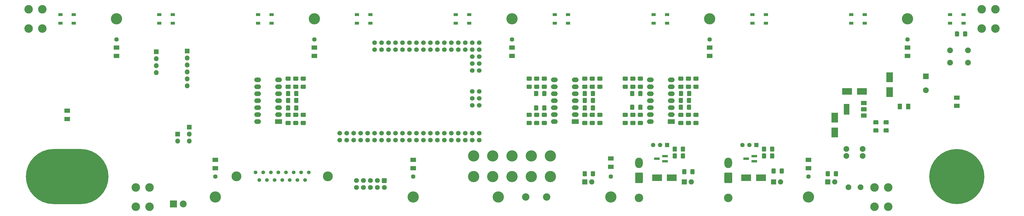
<source format=gbr>
%TF.GenerationSoftware,KiCad,Pcbnew,(5.1.6)-1*%
%TF.CreationDate,2021-09-29T15:37:12-07:00*%
%TF.ProjectId,NiCd Battery Shield - VP400KH,4e694364-2042-4617-9474-657279205368,1*%
%TF.SameCoordinates,Original*%
%TF.FileFunction,Soldermask,Top*%
%TF.FilePolarity,Negative*%
%FSLAX46Y46*%
G04 Gerber Fmt 4.6, Leading zero omitted, Abs format (unit mm)*
G04 Created by KiCad (PCBNEW (5.1.6)-1) date 2021-09-29 15:37:12*
%MOMM*%
%LPD*%
G01*
G04 APERTURE LIST*
%ADD10C,2.100000*%
%ADD11C,20.100000*%
%ADD12C,0.600000*%
%ADD13O,30.100000X20.100000*%
%ADD14C,1.350000*%
%ADD15C,3.600000*%
%ADD16R,2.100000X2.100000*%
%ADD17C,1.624000*%
%ADD18R,3.600000X2.400000*%
%ADD19C,4.100000*%
%ADD20C,2.700000*%
%ADD21C,1.900000*%
%ADD22R,1.900000X1.900000*%
%ADD23R,1.600000X1.100000*%
%ADD24R,2.100000X1.620000*%
%ADD25R,1.620000X2.100000*%
%ADD26C,3.100000*%
%ADD27O,2.800000X3.800000*%
%ADD28R,2.000000X0.900000*%
%ADD29O,2.500000X1.700000*%
%ADD30R,2.500000X1.700000*%
%ADD31C,1.700000*%
%ADD32R,1.600000X1.600000*%
%ADD33C,1.600000*%
%ADD34R,2.400000X3.600000*%
%ADD35O,1.800000X1.800000*%
%ADD36R,1.800000X1.800000*%
%ADD37C,1.800000*%
%ADD38R,2.500000X2.500000*%
%ADD39C,2.500000*%
%ADD40R,2.100000X3.900000*%
%ADD41R,2.100000X1.600000*%
G04 APERTURE END LIST*
D10*
%TO.C,SW1*%
X341800000Y-175000000D03*
X347700000Y-175000000D03*
X341800000Y-177500000D03*
X347700000Y-177500000D03*
X346950000Y-188900000D03*
X342550000Y-188900000D03*
%TD*%
D11*
%TO.C,J1*%
X382000000Y-185000000D03*
D12*
X382000000Y-178650000D03*
X379828172Y-179032952D03*
X377918299Y-180135618D03*
X376500739Y-181825000D03*
X375746471Y-183897334D03*
X375746471Y-186102666D03*
X376500739Y-188175000D03*
X377918299Y-189864382D03*
X379828172Y-190967048D03*
X382000000Y-191350000D03*
X384171828Y-190967048D03*
X386081701Y-189864382D03*
X387499261Y-188175000D03*
X388253529Y-186102666D03*
X388253529Y-183897334D03*
X387499261Y-181825000D03*
X386081701Y-180135618D03*
X384171828Y-179032952D03*
X382000000Y-177380000D03*
X379393807Y-177839542D03*
X377101958Y-179162741D03*
X375400886Y-181190000D03*
X374495765Y-183676801D03*
X374495765Y-186323199D03*
X375400886Y-188810000D03*
X377101958Y-190837259D03*
X379393807Y-192160458D03*
X382000000Y-192620000D03*
X384606193Y-192160458D03*
X386898042Y-190837259D03*
X388599114Y-188810000D03*
X389504235Y-186323199D03*
X389504235Y-183676801D03*
X388599114Y-181190000D03*
X386898042Y-179162741D03*
X384606193Y-177839542D03*
X382000000Y-176110000D03*
X378959441Y-176646133D03*
X376285618Y-178189865D03*
X374301034Y-180555000D03*
X373245059Y-183456268D03*
X373245059Y-186543732D03*
X374301034Y-189445000D03*
X376285618Y-191810135D03*
X378959441Y-193353867D03*
X382000000Y-193890000D03*
X385040559Y-193353867D03*
X387714382Y-191810135D03*
X389698966Y-189445000D03*
X390754941Y-186543732D03*
X390754941Y-183456268D03*
X389698966Y-180555000D03*
X387714382Y-178189865D03*
X385040559Y-176646133D03*
%TD*%
%TO.C,J12*%
X58000000Y-193650000D03*
X58000000Y-191110000D03*
X60500000Y-192380000D03*
X60500000Y-191110000D03*
X60500000Y-193650000D03*
X58000000Y-192380000D03*
X55500000Y-193650000D03*
X55500000Y-191110000D03*
X55500000Y-192380000D03*
X58000000Y-178400000D03*
X58000000Y-177130000D03*
X58000000Y-175860000D03*
X60500000Y-178400000D03*
X60500000Y-175860000D03*
X60500000Y-177130000D03*
X55500000Y-178400000D03*
X55500000Y-177130000D03*
X55500000Y-175860000D03*
X68714382Y-191560135D03*
X63000000Y-191100000D03*
X63000000Y-178400000D03*
X65606193Y-177589542D03*
X63000000Y-192370000D03*
X69599114Y-188560000D03*
X66040559Y-176396133D03*
X68714382Y-177939865D03*
X70698966Y-180305000D03*
X63000000Y-177130000D03*
X63000000Y-193640000D03*
X70504235Y-183426801D03*
X68499261Y-187925000D03*
X65171828Y-178782952D03*
X71754941Y-183206268D03*
X70698966Y-189195000D03*
X66040559Y-193103867D03*
X63000000Y-175860000D03*
X67898042Y-178912741D03*
X69599114Y-180940000D03*
X70504235Y-186073199D03*
X67081701Y-189614382D03*
X68499261Y-181575000D03*
X67081701Y-179885618D03*
X65606193Y-191910458D03*
X65171828Y-190717048D03*
X67898042Y-190587259D03*
X69253529Y-183647334D03*
X71754941Y-186293732D03*
X69253529Y-185852666D03*
X47285618Y-191560135D03*
X44245059Y-186293732D03*
X46400886Y-188560000D03*
X53000000Y-191100000D03*
X46746471Y-183647334D03*
X53000000Y-178400000D03*
X46400886Y-180940000D03*
X48918299Y-189614382D03*
X53000000Y-192370000D03*
X53000000Y-177130000D03*
X53000000Y-193640000D03*
X50828172Y-178782952D03*
X50393807Y-177589542D03*
X50828172Y-190717048D03*
X49959441Y-193103867D03*
X45301034Y-189195000D03*
X45301034Y-180305000D03*
X45495765Y-183426801D03*
X47500739Y-181575000D03*
X47285618Y-177939865D03*
X47500739Y-187925000D03*
X49959441Y-176396133D03*
X53000000Y-175860000D03*
X48101958Y-178912741D03*
X50393807Y-191910458D03*
X48101958Y-190587259D03*
X46746471Y-185852666D03*
X48918299Y-179885618D03*
X44245059Y-183206268D03*
X45495765Y-186073199D03*
D13*
X58000000Y-185000000D03*
%TD*%
D14*
%TO.C,J6*%
X144635000Y-186340000D03*
X141865000Y-186340000D03*
X139095000Y-186340000D03*
X136325000Y-186340000D03*
X133555000Y-186340000D03*
X130785000Y-186340000D03*
X128015000Y-186340000D03*
X146020000Y-183500000D03*
X143250000Y-183500000D03*
X140480000Y-183500000D03*
X137710000Y-183500000D03*
X134940000Y-183500000D03*
X132170000Y-183500000D03*
X129400000Y-183500000D03*
X126630000Y-183500000D03*
D15*
X152975000Y-184920000D03*
X119675000Y-184920000D03*
%TD*%
D10*
%TO.C,C4*%
X370750000Y-153500000D03*
D16*
X370750000Y-148500000D03*
%TD*%
D17*
%TO.C,J7*%
X220000000Y-135000000D03*
%TD*%
D18*
%TO.C,D1*%
X342050000Y-154000000D03*
X347450000Y-154000000D03*
%TD*%
D19*
%TO.C,TP19*%
X76000000Y-127500000D03*
%TD*%
%TO.C,TP17*%
X112000000Y-192500000D03*
%TD*%
%TO.C,TP14*%
X148000000Y-127500000D03*
%TD*%
%TO.C,TP12*%
X184000000Y-192500000D03*
%TD*%
%TO.C,TP10*%
X220000000Y-127500000D03*
%TD*%
%TO.C,TP8*%
X256000000Y-192500000D03*
%TD*%
%TO.C,TP6*%
X292000000Y-127500000D03*
%TD*%
%TO.C,TP4*%
X328000000Y-192500000D03*
%TD*%
%TO.C,TP2*%
X364000000Y-127500000D03*
%TD*%
D20*
%TO.C,TP15*%
X232620000Y-192500000D03*
X225000000Y-192500000D03*
%TD*%
D17*
%TO.C,J11*%
X76000000Y-135000000D03*
%TD*%
%TO.C,J10*%
X112000000Y-185000000D03*
%TD*%
%TO.C,J9*%
X148000000Y-135000000D03*
%TD*%
%TO.C,J8*%
X184000000Y-185000000D03*
%TD*%
%TO.C,J5*%
X256000000Y-185000000D03*
%TD*%
%TO.C,J4*%
X292000000Y-135000000D03*
%TD*%
%TO.C,J3*%
X328000000Y-185000000D03*
%TD*%
%TO.C,J2*%
X364000000Y-135000000D03*
%TD*%
D21*
%TO.C,D5*%
X337540000Y-187000000D03*
D22*
X335000000Y-187000000D03*
%TD*%
D21*
%TO.C,D3*%
X249040000Y-187000000D03*
D22*
X246500000Y-187000000D03*
%TD*%
%TO.C,R47*%
G36*
G01*
X317462500Y-183657456D02*
X317462500Y-182342544D01*
G75*
G02*
X317730044Y-182075000I267544J0D01*
G01*
X318719956Y-182075000D01*
G75*
G02*
X318987500Y-182342544I0J-267544D01*
G01*
X318987500Y-183657456D01*
G75*
G02*
X318719956Y-183925000I-267544J0D01*
G01*
X317730044Y-183925000D01*
G75*
G02*
X317462500Y-183657456I0J267544D01*
G01*
G37*
G36*
G01*
X314487500Y-183657456D02*
X314487500Y-182342544D01*
G75*
G02*
X314755044Y-182075000I267544J0D01*
G01*
X315744956Y-182075000D01*
G75*
G02*
X316012500Y-182342544I0J-267544D01*
G01*
X316012500Y-183657456D01*
G75*
G02*
X315744956Y-183925000I-267544J0D01*
G01*
X314755044Y-183925000D01*
G75*
G02*
X314487500Y-183657456I0J267544D01*
G01*
G37*
%TD*%
D21*
%TO.C,D4*%
X317790000Y-187000000D03*
D22*
X315250000Y-187000000D03*
%TD*%
%TO.C,C1*%
G36*
G01*
X283712500Y-157907456D02*
X283712500Y-156592544D01*
G75*
G02*
X283980044Y-156325000I267544J0D01*
G01*
X284969956Y-156325000D01*
G75*
G02*
X285237500Y-156592544I0J-267544D01*
G01*
X285237500Y-157907456D01*
G75*
G02*
X284969956Y-158175000I-267544J0D01*
G01*
X283980044Y-158175000D01*
G75*
G02*
X283712500Y-157907456I0J267544D01*
G01*
G37*
G36*
G01*
X280737500Y-157907456D02*
X280737500Y-156592544D01*
G75*
G02*
X281005044Y-156325000I267544J0D01*
G01*
X281994956Y-156325000D01*
G75*
G02*
X282262500Y-156592544I0J-267544D01*
G01*
X282262500Y-157907456D01*
G75*
G02*
X281994956Y-158175000I-267544J0D01*
G01*
X281005044Y-158175000D01*
G75*
G02*
X280737500Y-157907456I0J267544D01*
G01*
G37*
%TD*%
%TO.C,C2*%
G36*
G01*
X248712500Y-157907456D02*
X248712500Y-156592544D01*
G75*
G02*
X248980044Y-156325000I267544J0D01*
G01*
X249969956Y-156325000D01*
G75*
G02*
X250237500Y-156592544I0J-267544D01*
G01*
X250237500Y-157907456D01*
G75*
G02*
X249969956Y-158175000I-267544J0D01*
G01*
X248980044Y-158175000D01*
G75*
G02*
X248712500Y-157907456I0J267544D01*
G01*
G37*
G36*
G01*
X245737500Y-157907456D02*
X245737500Y-156592544D01*
G75*
G02*
X246005044Y-156325000I267544J0D01*
G01*
X246994956Y-156325000D01*
G75*
G02*
X247262500Y-156592544I0J-267544D01*
G01*
X247262500Y-157907456D01*
G75*
G02*
X246994956Y-158175000I-267544J0D01*
G01*
X246005044Y-158175000D01*
G75*
G02*
X245737500Y-157907456I0J267544D01*
G01*
G37*
%TD*%
%TO.C,C3*%
G36*
G01*
X140712500Y-157907456D02*
X140712500Y-156592544D01*
G75*
G02*
X140980044Y-156325000I267544J0D01*
G01*
X141969956Y-156325000D01*
G75*
G02*
X142237500Y-156592544I0J-267544D01*
G01*
X142237500Y-157907456D01*
G75*
G02*
X141969956Y-158175000I-267544J0D01*
G01*
X140980044Y-158175000D01*
G75*
G02*
X140712500Y-157907456I0J267544D01*
G01*
G37*
G36*
G01*
X137737500Y-157907456D02*
X137737500Y-156592544D01*
G75*
G02*
X138005044Y-156325000I267544J0D01*
G01*
X138994956Y-156325000D01*
G75*
G02*
X139262500Y-156592544I0J-267544D01*
G01*
X139262500Y-157907456D01*
G75*
G02*
X138994956Y-158175000I-267544J0D01*
G01*
X138005044Y-158175000D01*
G75*
G02*
X137737500Y-157907456I0J267544D01*
G01*
G37*
%TD*%
D18*
%TO.C,D6*%
X310650000Y-185500000D03*
X305250000Y-185500000D03*
%TD*%
D23*
%TO.C,D7*%
X379550000Y-125900000D03*
X379550000Y-129100000D03*
X384450000Y-125900000D03*
X384450000Y-129100000D03*
%TD*%
%TO.C,D8*%
X343550000Y-125900000D03*
X343550000Y-129100000D03*
X348450000Y-125900000D03*
X348450000Y-129100000D03*
%TD*%
%TO.C,D9*%
X307550000Y-125900000D03*
X307550000Y-129100000D03*
X312450000Y-125900000D03*
X312450000Y-129100000D03*
%TD*%
%TO.C,D10*%
X271550000Y-125900000D03*
X271550000Y-129100000D03*
X276450000Y-125900000D03*
X276450000Y-129100000D03*
%TD*%
%TO.C,D11*%
X235550000Y-125900000D03*
X235550000Y-129100000D03*
X240450000Y-125900000D03*
X240450000Y-129100000D03*
%TD*%
%TO.C,D12*%
X199550000Y-125900000D03*
X199550000Y-129100000D03*
X204450000Y-125900000D03*
X204450000Y-129100000D03*
%TD*%
%TO.C,D13*%
X163550000Y-125900000D03*
X163550000Y-129100000D03*
X168450000Y-125900000D03*
X168450000Y-129100000D03*
%TD*%
%TO.C,D14*%
X127550000Y-125900000D03*
X127550000Y-129100000D03*
X132450000Y-125900000D03*
X132450000Y-129100000D03*
%TD*%
%TO.C,D15*%
X91550000Y-125900000D03*
X91550000Y-129100000D03*
X96450000Y-125900000D03*
X96450000Y-129100000D03*
%TD*%
%TO.C,D16*%
X55550000Y-125900000D03*
X55550000Y-129100000D03*
X60450000Y-125900000D03*
X60450000Y-129100000D03*
%TD*%
D24*
%TO.C,F1*%
X382000000Y-156210000D03*
X382000000Y-159250000D03*
%TD*%
%TO.C,F2*%
X364000000Y-141040000D03*
X364000000Y-138000000D03*
%TD*%
%TO.C,F3*%
X328000000Y-178960000D03*
X328000000Y-182000000D03*
%TD*%
%TO.C,F4*%
X292000000Y-141040000D03*
X292000000Y-138000000D03*
%TD*%
%TO.C,F5*%
X256000000Y-178460000D03*
X256000000Y-181500000D03*
%TD*%
D25*
%TO.C,F12*%
X364270000Y-159500000D03*
X361230000Y-159500000D03*
%TD*%
D26*
%TO.C,J13*%
X298750000Y-192800000D03*
D27*
X298750000Y-180000000D03*
G36*
G01*
X300150000Y-183859260D02*
X300150000Y-187140740D01*
G75*
G02*
X299890740Y-187400000I-259260J0D01*
G01*
X297609260Y-187400000D01*
G75*
G02*
X297350000Y-187140740I0J259260D01*
G01*
X297350000Y-183859260D01*
G75*
G02*
X297609260Y-183600000I259260J0D01*
G01*
X299890740Y-183600000D01*
G75*
G02*
X300150000Y-183859260I0J-259260D01*
G01*
G37*
%TD*%
D28*
%TO.C,Q1*%
X305250000Y-178500000D03*
X308250000Y-177550000D03*
X308250000Y-179450000D03*
%TD*%
%TO.C,R1*%
G36*
G01*
X283712500Y-160407456D02*
X283712500Y-159092544D01*
G75*
G02*
X283980044Y-158825000I267544J0D01*
G01*
X284969956Y-158825000D01*
G75*
G02*
X285237500Y-159092544I0J-267544D01*
G01*
X285237500Y-160407456D01*
G75*
G02*
X284969956Y-160675000I-267544J0D01*
G01*
X283980044Y-160675000D01*
G75*
G02*
X283712500Y-160407456I0J267544D01*
G01*
G37*
G36*
G01*
X280737500Y-160407456D02*
X280737500Y-159092544D01*
G75*
G02*
X281005044Y-158825000I267544J0D01*
G01*
X281994956Y-158825000D01*
G75*
G02*
X282262500Y-159092544I0J-267544D01*
G01*
X282262500Y-160407456D01*
G75*
G02*
X281994956Y-160675000I-267544J0D01*
G01*
X281005044Y-160675000D01*
G75*
G02*
X280737500Y-160407456I0J267544D01*
G01*
G37*
%TD*%
%TO.C,R2*%
G36*
G01*
X287657456Y-163262500D02*
X286342544Y-163262500D01*
G75*
G02*
X286075000Y-162994956I0J267544D01*
G01*
X286075000Y-162005044D01*
G75*
G02*
X286342544Y-161737500I267544J0D01*
G01*
X287657456Y-161737500D01*
G75*
G02*
X287925000Y-162005044I0J-267544D01*
G01*
X287925000Y-162994956D01*
G75*
G02*
X287657456Y-163262500I-267544J0D01*
G01*
G37*
G36*
G01*
X287657456Y-166237500D02*
X286342544Y-166237500D01*
G75*
G02*
X286075000Y-165969956I0J267544D01*
G01*
X286075000Y-164980044D01*
G75*
G02*
X286342544Y-164712500I267544J0D01*
G01*
X287657456Y-164712500D01*
G75*
G02*
X287925000Y-164980044I0J-267544D01*
G01*
X287925000Y-165969956D01*
G75*
G02*
X287657456Y-166237500I-267544J0D01*
G01*
G37*
%TD*%
%TO.C,R3*%
G36*
G01*
X284907456Y-163262500D02*
X283592544Y-163262500D01*
G75*
G02*
X283325000Y-162994956I0J267544D01*
G01*
X283325000Y-162005044D01*
G75*
G02*
X283592544Y-161737500I267544J0D01*
G01*
X284907456Y-161737500D01*
G75*
G02*
X285175000Y-162005044I0J-267544D01*
G01*
X285175000Y-162994956D01*
G75*
G02*
X284907456Y-163262500I-267544J0D01*
G01*
G37*
G36*
G01*
X284907456Y-166237500D02*
X283592544Y-166237500D01*
G75*
G02*
X283325000Y-165969956I0J267544D01*
G01*
X283325000Y-164980044D01*
G75*
G02*
X283592544Y-164712500I267544J0D01*
G01*
X284907456Y-164712500D01*
G75*
G02*
X285175000Y-164980044I0J-267544D01*
G01*
X285175000Y-165969956D01*
G75*
G02*
X284907456Y-166237500I-267544J0D01*
G01*
G37*
%TD*%
%TO.C,R4*%
G36*
G01*
X280842544Y-164737500D02*
X282157456Y-164737500D01*
G75*
G02*
X282425000Y-165005044I0J-267544D01*
G01*
X282425000Y-165994956D01*
G75*
G02*
X282157456Y-166262500I-267544J0D01*
G01*
X280842544Y-166262500D01*
G75*
G02*
X280575000Y-165994956I0J267544D01*
G01*
X280575000Y-165005044D01*
G75*
G02*
X280842544Y-164737500I267544J0D01*
G01*
G37*
G36*
G01*
X280842544Y-161762500D02*
X282157456Y-161762500D01*
G75*
G02*
X282425000Y-162030044I0J-267544D01*
G01*
X282425000Y-163019956D01*
G75*
G02*
X282157456Y-163287500I-267544J0D01*
G01*
X280842544Y-163287500D01*
G75*
G02*
X280575000Y-163019956I0J267544D01*
G01*
X280575000Y-162030044D01*
G75*
G02*
X280842544Y-161762500I267544J0D01*
G01*
G37*
%TD*%
%TO.C,R5*%
G36*
G01*
X283737500Y-155407456D02*
X283737500Y-154092544D01*
G75*
G02*
X284005044Y-153825000I267544J0D01*
G01*
X284994956Y-153825000D01*
G75*
G02*
X285262500Y-154092544I0J-267544D01*
G01*
X285262500Y-155407456D01*
G75*
G02*
X284994956Y-155675000I-267544J0D01*
G01*
X284005044Y-155675000D01*
G75*
G02*
X283737500Y-155407456I0J267544D01*
G01*
G37*
G36*
G01*
X280762500Y-155407456D02*
X280762500Y-154092544D01*
G75*
G02*
X281030044Y-153825000I267544J0D01*
G01*
X282019956Y-153825000D01*
G75*
G02*
X282287500Y-154092544I0J-267544D01*
G01*
X282287500Y-155407456D01*
G75*
G02*
X282019956Y-155675000I-267544J0D01*
G01*
X281030044Y-155675000D01*
G75*
G02*
X280762500Y-155407456I0J267544D01*
G01*
G37*
%TD*%
%TO.C,R6*%
G36*
G01*
X286342544Y-151487500D02*
X287657456Y-151487500D01*
G75*
G02*
X287925000Y-151755044I0J-267544D01*
G01*
X287925000Y-152744956D01*
G75*
G02*
X287657456Y-153012500I-267544J0D01*
G01*
X286342544Y-153012500D01*
G75*
G02*
X286075000Y-152744956I0J267544D01*
G01*
X286075000Y-151755044D01*
G75*
G02*
X286342544Y-151487500I267544J0D01*
G01*
G37*
G36*
G01*
X286342544Y-148512500D02*
X287657456Y-148512500D01*
G75*
G02*
X287925000Y-148780044I0J-267544D01*
G01*
X287925000Y-149769956D01*
G75*
G02*
X287657456Y-150037500I-267544J0D01*
G01*
X286342544Y-150037500D01*
G75*
G02*
X286075000Y-149769956I0J267544D01*
G01*
X286075000Y-148780044D01*
G75*
G02*
X286342544Y-148512500I267544J0D01*
G01*
G37*
%TD*%
%TO.C,R7*%
G36*
G01*
X283592544Y-151487500D02*
X284907456Y-151487500D01*
G75*
G02*
X285175000Y-151755044I0J-267544D01*
G01*
X285175000Y-152744956D01*
G75*
G02*
X284907456Y-153012500I-267544J0D01*
G01*
X283592544Y-153012500D01*
G75*
G02*
X283325000Y-152744956I0J267544D01*
G01*
X283325000Y-151755044D01*
G75*
G02*
X283592544Y-151487500I267544J0D01*
G01*
G37*
G36*
G01*
X283592544Y-148512500D02*
X284907456Y-148512500D01*
G75*
G02*
X285175000Y-148780044I0J-267544D01*
G01*
X285175000Y-149769956D01*
G75*
G02*
X284907456Y-150037500I-267544J0D01*
G01*
X283592544Y-150037500D01*
G75*
G02*
X283325000Y-149769956I0J267544D01*
G01*
X283325000Y-148780044D01*
G75*
G02*
X283592544Y-148512500I267544J0D01*
G01*
G37*
%TD*%
%TO.C,R8*%
G36*
G01*
X282157456Y-150037500D02*
X280842544Y-150037500D01*
G75*
G02*
X280575000Y-149769956I0J267544D01*
G01*
X280575000Y-148780044D01*
G75*
G02*
X280842544Y-148512500I267544J0D01*
G01*
X282157456Y-148512500D01*
G75*
G02*
X282425000Y-148780044I0J-267544D01*
G01*
X282425000Y-149769956D01*
G75*
G02*
X282157456Y-150037500I-267544J0D01*
G01*
G37*
G36*
G01*
X282157456Y-153012500D02*
X280842544Y-153012500D01*
G75*
G02*
X280575000Y-152744956I0J267544D01*
G01*
X280575000Y-151755044D01*
G75*
G02*
X280842544Y-151487500I267544J0D01*
G01*
X282157456Y-151487500D01*
G75*
G02*
X282425000Y-151755044I0J-267544D01*
G01*
X282425000Y-152744956D01*
G75*
G02*
X282157456Y-153012500I-267544J0D01*
G01*
G37*
%TD*%
%TO.C,R9*%
G36*
G01*
X264537500Y-154092544D02*
X264537500Y-155407456D01*
G75*
G02*
X264269956Y-155675000I-267544J0D01*
G01*
X263280044Y-155675000D01*
G75*
G02*
X263012500Y-155407456I0J267544D01*
G01*
X263012500Y-154092544D01*
G75*
G02*
X263280044Y-153825000I267544J0D01*
G01*
X264269956Y-153825000D01*
G75*
G02*
X264537500Y-154092544I0J-267544D01*
G01*
G37*
G36*
G01*
X267512500Y-154092544D02*
X267512500Y-155407456D01*
G75*
G02*
X267244956Y-155675000I-267544J0D01*
G01*
X266255044Y-155675000D01*
G75*
G02*
X265987500Y-155407456I0J267544D01*
G01*
X265987500Y-154092544D01*
G75*
G02*
X266255044Y-153825000I267544J0D01*
G01*
X267244956Y-153825000D01*
G75*
G02*
X267512500Y-154092544I0J-267544D01*
G01*
G37*
%TD*%
%TO.C,R10*%
G36*
G01*
X260592544Y-151487500D02*
X261907456Y-151487500D01*
G75*
G02*
X262175000Y-151755044I0J-267544D01*
G01*
X262175000Y-152744956D01*
G75*
G02*
X261907456Y-153012500I-267544J0D01*
G01*
X260592544Y-153012500D01*
G75*
G02*
X260325000Y-152744956I0J267544D01*
G01*
X260325000Y-151755044D01*
G75*
G02*
X260592544Y-151487500I267544J0D01*
G01*
G37*
G36*
G01*
X260592544Y-148512500D02*
X261907456Y-148512500D01*
G75*
G02*
X262175000Y-148780044I0J-267544D01*
G01*
X262175000Y-149769956D01*
G75*
G02*
X261907456Y-150037500I-267544J0D01*
G01*
X260592544Y-150037500D01*
G75*
G02*
X260325000Y-149769956I0J267544D01*
G01*
X260325000Y-148780044D01*
G75*
G02*
X260592544Y-148512500I267544J0D01*
G01*
G37*
%TD*%
%TO.C,R11*%
G36*
G01*
X263342544Y-151487500D02*
X264657456Y-151487500D01*
G75*
G02*
X264925000Y-151755044I0J-267544D01*
G01*
X264925000Y-152744956D01*
G75*
G02*
X264657456Y-153012500I-267544J0D01*
G01*
X263342544Y-153012500D01*
G75*
G02*
X263075000Y-152744956I0J267544D01*
G01*
X263075000Y-151755044D01*
G75*
G02*
X263342544Y-151487500I267544J0D01*
G01*
G37*
G36*
G01*
X263342544Y-148512500D02*
X264657456Y-148512500D01*
G75*
G02*
X264925000Y-148780044I0J-267544D01*
G01*
X264925000Y-149769956D01*
G75*
G02*
X264657456Y-150037500I-267544J0D01*
G01*
X263342544Y-150037500D01*
G75*
G02*
X263075000Y-149769956I0J267544D01*
G01*
X263075000Y-148780044D01*
G75*
G02*
X263342544Y-148512500I267544J0D01*
G01*
G37*
%TD*%
%TO.C,R12*%
G36*
G01*
X267407456Y-150037500D02*
X266092544Y-150037500D01*
G75*
G02*
X265825000Y-149769956I0J267544D01*
G01*
X265825000Y-148780044D01*
G75*
G02*
X266092544Y-148512500I267544J0D01*
G01*
X267407456Y-148512500D01*
G75*
G02*
X267675000Y-148780044I0J-267544D01*
G01*
X267675000Y-149769956D01*
G75*
G02*
X267407456Y-150037500I-267544J0D01*
G01*
G37*
G36*
G01*
X267407456Y-153012500D02*
X266092544Y-153012500D01*
G75*
G02*
X265825000Y-152744956I0J267544D01*
G01*
X265825000Y-151755044D01*
G75*
G02*
X266092544Y-151487500I267544J0D01*
G01*
X267407456Y-151487500D01*
G75*
G02*
X267675000Y-151755044I0J-267544D01*
G01*
X267675000Y-152744956D01*
G75*
G02*
X267407456Y-153012500I-267544J0D01*
G01*
G37*
%TD*%
%TO.C,R13*%
G36*
G01*
X264537500Y-159092544D02*
X264537500Y-160407456D01*
G75*
G02*
X264269956Y-160675000I-267544J0D01*
G01*
X263280044Y-160675000D01*
G75*
G02*
X263012500Y-160407456I0J267544D01*
G01*
X263012500Y-159092544D01*
G75*
G02*
X263280044Y-158825000I267544J0D01*
G01*
X264269956Y-158825000D01*
G75*
G02*
X264537500Y-159092544I0J-267544D01*
G01*
G37*
G36*
G01*
X267512500Y-159092544D02*
X267512500Y-160407456D01*
G75*
G02*
X267244956Y-160675000I-267544J0D01*
G01*
X266255044Y-160675000D01*
G75*
G02*
X265987500Y-160407456I0J267544D01*
G01*
X265987500Y-159092544D01*
G75*
G02*
X266255044Y-158825000I267544J0D01*
G01*
X267244956Y-158825000D01*
G75*
G02*
X267512500Y-159092544I0J-267544D01*
G01*
G37*
%TD*%
%TO.C,R14*%
G36*
G01*
X261907456Y-163262500D02*
X260592544Y-163262500D01*
G75*
G02*
X260325000Y-162994956I0J267544D01*
G01*
X260325000Y-162005044D01*
G75*
G02*
X260592544Y-161737500I267544J0D01*
G01*
X261907456Y-161737500D01*
G75*
G02*
X262175000Y-162005044I0J-267544D01*
G01*
X262175000Y-162994956D01*
G75*
G02*
X261907456Y-163262500I-267544J0D01*
G01*
G37*
G36*
G01*
X261907456Y-166237500D02*
X260592544Y-166237500D01*
G75*
G02*
X260325000Y-165969956I0J267544D01*
G01*
X260325000Y-164980044D01*
G75*
G02*
X260592544Y-164712500I267544J0D01*
G01*
X261907456Y-164712500D01*
G75*
G02*
X262175000Y-164980044I0J-267544D01*
G01*
X262175000Y-165969956D01*
G75*
G02*
X261907456Y-166237500I-267544J0D01*
G01*
G37*
%TD*%
%TO.C,R15*%
G36*
G01*
X264657456Y-163262500D02*
X263342544Y-163262500D01*
G75*
G02*
X263075000Y-162994956I0J267544D01*
G01*
X263075000Y-162005044D01*
G75*
G02*
X263342544Y-161737500I267544J0D01*
G01*
X264657456Y-161737500D01*
G75*
G02*
X264925000Y-162005044I0J-267544D01*
G01*
X264925000Y-162994956D01*
G75*
G02*
X264657456Y-163262500I-267544J0D01*
G01*
G37*
G36*
G01*
X264657456Y-166237500D02*
X263342544Y-166237500D01*
G75*
G02*
X263075000Y-165969956I0J267544D01*
G01*
X263075000Y-164980044D01*
G75*
G02*
X263342544Y-164712500I267544J0D01*
G01*
X264657456Y-164712500D01*
G75*
G02*
X264925000Y-164980044I0J-267544D01*
G01*
X264925000Y-165969956D01*
G75*
G02*
X264657456Y-166237500I-267544J0D01*
G01*
G37*
%TD*%
%TO.C,R16*%
G36*
G01*
X266092544Y-164712500D02*
X267407456Y-164712500D01*
G75*
G02*
X267675000Y-164980044I0J-267544D01*
G01*
X267675000Y-165969956D01*
G75*
G02*
X267407456Y-166237500I-267544J0D01*
G01*
X266092544Y-166237500D01*
G75*
G02*
X265825000Y-165969956I0J267544D01*
G01*
X265825000Y-164980044D01*
G75*
G02*
X266092544Y-164712500I267544J0D01*
G01*
G37*
G36*
G01*
X266092544Y-161737500D02*
X267407456Y-161737500D01*
G75*
G02*
X267675000Y-162005044I0J-267544D01*
G01*
X267675000Y-162994956D01*
G75*
G02*
X267407456Y-163262500I-267544J0D01*
G01*
X266092544Y-163262500D01*
G75*
G02*
X265825000Y-162994956I0J267544D01*
G01*
X265825000Y-162005044D01*
G75*
G02*
X266092544Y-161737500I267544J0D01*
G01*
G37*
%TD*%
%TO.C,R17*%
G36*
G01*
X248712500Y-160657456D02*
X248712500Y-159342544D01*
G75*
G02*
X248980044Y-159075000I267544J0D01*
G01*
X249969956Y-159075000D01*
G75*
G02*
X250237500Y-159342544I0J-267544D01*
G01*
X250237500Y-160657456D01*
G75*
G02*
X249969956Y-160925000I-267544J0D01*
G01*
X248980044Y-160925000D01*
G75*
G02*
X248712500Y-160657456I0J267544D01*
G01*
G37*
G36*
G01*
X245737500Y-160657456D02*
X245737500Y-159342544D01*
G75*
G02*
X246005044Y-159075000I267544J0D01*
G01*
X246994956Y-159075000D01*
G75*
G02*
X247262500Y-159342544I0J-267544D01*
G01*
X247262500Y-160657456D01*
G75*
G02*
X246994956Y-160925000I-267544J0D01*
G01*
X246005044Y-160925000D01*
G75*
G02*
X245737500Y-160657456I0J267544D01*
G01*
G37*
%TD*%
%TO.C,R18*%
G36*
G01*
X252657456Y-163262500D02*
X251342544Y-163262500D01*
G75*
G02*
X251075000Y-162994956I0J267544D01*
G01*
X251075000Y-162005044D01*
G75*
G02*
X251342544Y-161737500I267544J0D01*
G01*
X252657456Y-161737500D01*
G75*
G02*
X252925000Y-162005044I0J-267544D01*
G01*
X252925000Y-162994956D01*
G75*
G02*
X252657456Y-163262500I-267544J0D01*
G01*
G37*
G36*
G01*
X252657456Y-166237500D02*
X251342544Y-166237500D01*
G75*
G02*
X251075000Y-165969956I0J267544D01*
G01*
X251075000Y-164980044D01*
G75*
G02*
X251342544Y-164712500I267544J0D01*
G01*
X252657456Y-164712500D01*
G75*
G02*
X252925000Y-164980044I0J-267544D01*
G01*
X252925000Y-165969956D01*
G75*
G02*
X252657456Y-166237500I-267544J0D01*
G01*
G37*
%TD*%
%TO.C,R19*%
G36*
G01*
X249907456Y-163262500D02*
X248592544Y-163262500D01*
G75*
G02*
X248325000Y-162994956I0J267544D01*
G01*
X248325000Y-162005044D01*
G75*
G02*
X248592544Y-161737500I267544J0D01*
G01*
X249907456Y-161737500D01*
G75*
G02*
X250175000Y-162005044I0J-267544D01*
G01*
X250175000Y-162994956D01*
G75*
G02*
X249907456Y-163262500I-267544J0D01*
G01*
G37*
G36*
G01*
X249907456Y-166237500D02*
X248592544Y-166237500D01*
G75*
G02*
X248325000Y-165969956I0J267544D01*
G01*
X248325000Y-164980044D01*
G75*
G02*
X248592544Y-164712500I267544J0D01*
G01*
X249907456Y-164712500D01*
G75*
G02*
X250175000Y-164980044I0J-267544D01*
G01*
X250175000Y-165969956D01*
G75*
G02*
X249907456Y-166237500I-267544J0D01*
G01*
G37*
%TD*%
%TO.C,R20*%
G36*
G01*
X245842544Y-164712500D02*
X247157456Y-164712500D01*
G75*
G02*
X247425000Y-164980044I0J-267544D01*
G01*
X247425000Y-165969956D01*
G75*
G02*
X247157456Y-166237500I-267544J0D01*
G01*
X245842544Y-166237500D01*
G75*
G02*
X245575000Y-165969956I0J267544D01*
G01*
X245575000Y-164980044D01*
G75*
G02*
X245842544Y-164712500I267544J0D01*
G01*
G37*
G36*
G01*
X245842544Y-161737500D02*
X247157456Y-161737500D01*
G75*
G02*
X247425000Y-162005044I0J-267544D01*
G01*
X247425000Y-162994956D01*
G75*
G02*
X247157456Y-163262500I-267544J0D01*
G01*
X245842544Y-163262500D01*
G75*
G02*
X245575000Y-162994956I0J267544D01*
G01*
X245575000Y-162005044D01*
G75*
G02*
X245842544Y-161737500I267544J0D01*
G01*
G37*
%TD*%
%TO.C,R21*%
G36*
G01*
X248712500Y-155407456D02*
X248712500Y-154092544D01*
G75*
G02*
X248980044Y-153825000I267544J0D01*
G01*
X249969956Y-153825000D01*
G75*
G02*
X250237500Y-154092544I0J-267544D01*
G01*
X250237500Y-155407456D01*
G75*
G02*
X249969956Y-155675000I-267544J0D01*
G01*
X248980044Y-155675000D01*
G75*
G02*
X248712500Y-155407456I0J267544D01*
G01*
G37*
G36*
G01*
X245737500Y-155407456D02*
X245737500Y-154092544D01*
G75*
G02*
X246005044Y-153825000I267544J0D01*
G01*
X246994956Y-153825000D01*
G75*
G02*
X247262500Y-154092544I0J-267544D01*
G01*
X247262500Y-155407456D01*
G75*
G02*
X246994956Y-155675000I-267544J0D01*
G01*
X246005044Y-155675000D01*
G75*
G02*
X245737500Y-155407456I0J267544D01*
G01*
G37*
%TD*%
%TO.C,R22*%
G36*
G01*
X251342544Y-151487500D02*
X252657456Y-151487500D01*
G75*
G02*
X252925000Y-151755044I0J-267544D01*
G01*
X252925000Y-152744956D01*
G75*
G02*
X252657456Y-153012500I-267544J0D01*
G01*
X251342544Y-153012500D01*
G75*
G02*
X251075000Y-152744956I0J267544D01*
G01*
X251075000Y-151755044D01*
G75*
G02*
X251342544Y-151487500I267544J0D01*
G01*
G37*
G36*
G01*
X251342544Y-148512500D02*
X252657456Y-148512500D01*
G75*
G02*
X252925000Y-148780044I0J-267544D01*
G01*
X252925000Y-149769956D01*
G75*
G02*
X252657456Y-150037500I-267544J0D01*
G01*
X251342544Y-150037500D01*
G75*
G02*
X251075000Y-149769956I0J267544D01*
G01*
X251075000Y-148780044D01*
G75*
G02*
X251342544Y-148512500I267544J0D01*
G01*
G37*
%TD*%
%TO.C,R23*%
G36*
G01*
X248592544Y-151487500D02*
X249907456Y-151487500D01*
G75*
G02*
X250175000Y-151755044I0J-267544D01*
G01*
X250175000Y-152744956D01*
G75*
G02*
X249907456Y-153012500I-267544J0D01*
G01*
X248592544Y-153012500D01*
G75*
G02*
X248325000Y-152744956I0J267544D01*
G01*
X248325000Y-151755044D01*
G75*
G02*
X248592544Y-151487500I267544J0D01*
G01*
G37*
G36*
G01*
X248592544Y-148512500D02*
X249907456Y-148512500D01*
G75*
G02*
X250175000Y-148780044I0J-267544D01*
G01*
X250175000Y-149769956D01*
G75*
G02*
X249907456Y-150037500I-267544J0D01*
G01*
X248592544Y-150037500D01*
G75*
G02*
X248325000Y-149769956I0J267544D01*
G01*
X248325000Y-148780044D01*
G75*
G02*
X248592544Y-148512500I267544J0D01*
G01*
G37*
%TD*%
%TO.C,R24*%
G36*
G01*
X247157456Y-150037500D02*
X245842544Y-150037500D01*
G75*
G02*
X245575000Y-149769956I0J267544D01*
G01*
X245575000Y-148780044D01*
G75*
G02*
X245842544Y-148512500I267544J0D01*
G01*
X247157456Y-148512500D01*
G75*
G02*
X247425000Y-148780044I0J-267544D01*
G01*
X247425000Y-149769956D01*
G75*
G02*
X247157456Y-150037500I-267544J0D01*
G01*
G37*
G36*
G01*
X247157456Y-153012500D02*
X245842544Y-153012500D01*
G75*
G02*
X245575000Y-152744956I0J267544D01*
G01*
X245575000Y-151755044D01*
G75*
G02*
X245842544Y-151487500I267544J0D01*
G01*
X247157456Y-151487500D01*
G75*
G02*
X247425000Y-151755044I0J-267544D01*
G01*
X247425000Y-152744956D01*
G75*
G02*
X247157456Y-153012500I-267544J0D01*
G01*
G37*
%TD*%
%TO.C,R25*%
G36*
G01*
X229537500Y-154092544D02*
X229537500Y-155407456D01*
G75*
G02*
X229269956Y-155675000I-267544J0D01*
G01*
X228280044Y-155675000D01*
G75*
G02*
X228012500Y-155407456I0J267544D01*
G01*
X228012500Y-154092544D01*
G75*
G02*
X228280044Y-153825000I267544J0D01*
G01*
X229269956Y-153825000D01*
G75*
G02*
X229537500Y-154092544I0J-267544D01*
G01*
G37*
G36*
G01*
X232512500Y-154092544D02*
X232512500Y-155407456D01*
G75*
G02*
X232244956Y-155675000I-267544J0D01*
G01*
X231255044Y-155675000D01*
G75*
G02*
X230987500Y-155407456I0J267544D01*
G01*
X230987500Y-154092544D01*
G75*
G02*
X231255044Y-153825000I267544J0D01*
G01*
X232244956Y-153825000D01*
G75*
G02*
X232512500Y-154092544I0J-267544D01*
G01*
G37*
%TD*%
%TO.C,R26*%
G36*
G01*
X225592544Y-151487500D02*
X226907456Y-151487500D01*
G75*
G02*
X227175000Y-151755044I0J-267544D01*
G01*
X227175000Y-152744956D01*
G75*
G02*
X226907456Y-153012500I-267544J0D01*
G01*
X225592544Y-153012500D01*
G75*
G02*
X225325000Y-152744956I0J267544D01*
G01*
X225325000Y-151755044D01*
G75*
G02*
X225592544Y-151487500I267544J0D01*
G01*
G37*
G36*
G01*
X225592544Y-148512500D02*
X226907456Y-148512500D01*
G75*
G02*
X227175000Y-148780044I0J-267544D01*
G01*
X227175000Y-149769956D01*
G75*
G02*
X226907456Y-150037500I-267544J0D01*
G01*
X225592544Y-150037500D01*
G75*
G02*
X225325000Y-149769956I0J267544D01*
G01*
X225325000Y-148780044D01*
G75*
G02*
X225592544Y-148512500I267544J0D01*
G01*
G37*
%TD*%
%TO.C,R27*%
G36*
G01*
X228342544Y-151487500D02*
X229657456Y-151487500D01*
G75*
G02*
X229925000Y-151755044I0J-267544D01*
G01*
X229925000Y-152744956D01*
G75*
G02*
X229657456Y-153012500I-267544J0D01*
G01*
X228342544Y-153012500D01*
G75*
G02*
X228075000Y-152744956I0J267544D01*
G01*
X228075000Y-151755044D01*
G75*
G02*
X228342544Y-151487500I267544J0D01*
G01*
G37*
G36*
G01*
X228342544Y-148512500D02*
X229657456Y-148512500D01*
G75*
G02*
X229925000Y-148780044I0J-267544D01*
G01*
X229925000Y-149769956D01*
G75*
G02*
X229657456Y-150037500I-267544J0D01*
G01*
X228342544Y-150037500D01*
G75*
G02*
X228075000Y-149769956I0J267544D01*
G01*
X228075000Y-148780044D01*
G75*
G02*
X228342544Y-148512500I267544J0D01*
G01*
G37*
%TD*%
%TO.C,R28*%
G36*
G01*
X232407456Y-150037500D02*
X231092544Y-150037500D01*
G75*
G02*
X230825000Y-149769956I0J267544D01*
G01*
X230825000Y-148780044D01*
G75*
G02*
X231092544Y-148512500I267544J0D01*
G01*
X232407456Y-148512500D01*
G75*
G02*
X232675000Y-148780044I0J-267544D01*
G01*
X232675000Y-149769956D01*
G75*
G02*
X232407456Y-150037500I-267544J0D01*
G01*
G37*
G36*
G01*
X232407456Y-153012500D02*
X231092544Y-153012500D01*
G75*
G02*
X230825000Y-152744956I0J267544D01*
G01*
X230825000Y-151755044D01*
G75*
G02*
X231092544Y-151487500I267544J0D01*
G01*
X232407456Y-151487500D01*
G75*
G02*
X232675000Y-151755044I0J-267544D01*
G01*
X232675000Y-152744956D01*
G75*
G02*
X232407456Y-153012500I-267544J0D01*
G01*
G37*
%TD*%
%TO.C,R29*%
G36*
G01*
X229537500Y-159342544D02*
X229537500Y-160657456D01*
G75*
G02*
X229269956Y-160925000I-267544J0D01*
G01*
X228280044Y-160925000D01*
G75*
G02*
X228012500Y-160657456I0J267544D01*
G01*
X228012500Y-159342544D01*
G75*
G02*
X228280044Y-159075000I267544J0D01*
G01*
X229269956Y-159075000D01*
G75*
G02*
X229537500Y-159342544I0J-267544D01*
G01*
G37*
G36*
G01*
X232512500Y-159342544D02*
X232512500Y-160657456D01*
G75*
G02*
X232244956Y-160925000I-267544J0D01*
G01*
X231255044Y-160925000D01*
G75*
G02*
X230987500Y-160657456I0J267544D01*
G01*
X230987500Y-159342544D01*
G75*
G02*
X231255044Y-159075000I267544J0D01*
G01*
X232244956Y-159075000D01*
G75*
G02*
X232512500Y-159342544I0J-267544D01*
G01*
G37*
%TD*%
%TO.C,R30*%
G36*
G01*
X226907456Y-163262500D02*
X225592544Y-163262500D01*
G75*
G02*
X225325000Y-162994956I0J267544D01*
G01*
X225325000Y-162005044D01*
G75*
G02*
X225592544Y-161737500I267544J0D01*
G01*
X226907456Y-161737500D01*
G75*
G02*
X227175000Y-162005044I0J-267544D01*
G01*
X227175000Y-162994956D01*
G75*
G02*
X226907456Y-163262500I-267544J0D01*
G01*
G37*
G36*
G01*
X226907456Y-166237500D02*
X225592544Y-166237500D01*
G75*
G02*
X225325000Y-165969956I0J267544D01*
G01*
X225325000Y-164980044D01*
G75*
G02*
X225592544Y-164712500I267544J0D01*
G01*
X226907456Y-164712500D01*
G75*
G02*
X227175000Y-164980044I0J-267544D01*
G01*
X227175000Y-165969956D01*
G75*
G02*
X226907456Y-166237500I-267544J0D01*
G01*
G37*
%TD*%
%TO.C,R31*%
G36*
G01*
X229657456Y-163262500D02*
X228342544Y-163262500D01*
G75*
G02*
X228075000Y-162994956I0J267544D01*
G01*
X228075000Y-162005044D01*
G75*
G02*
X228342544Y-161737500I267544J0D01*
G01*
X229657456Y-161737500D01*
G75*
G02*
X229925000Y-162005044I0J-267544D01*
G01*
X229925000Y-162994956D01*
G75*
G02*
X229657456Y-163262500I-267544J0D01*
G01*
G37*
G36*
G01*
X229657456Y-166237500D02*
X228342544Y-166237500D01*
G75*
G02*
X228075000Y-165969956I0J267544D01*
G01*
X228075000Y-164980044D01*
G75*
G02*
X228342544Y-164712500I267544J0D01*
G01*
X229657456Y-164712500D01*
G75*
G02*
X229925000Y-164980044I0J-267544D01*
G01*
X229925000Y-165969956D01*
G75*
G02*
X229657456Y-166237500I-267544J0D01*
G01*
G37*
%TD*%
%TO.C,R32*%
G36*
G01*
X231092544Y-164712500D02*
X232407456Y-164712500D01*
G75*
G02*
X232675000Y-164980044I0J-267544D01*
G01*
X232675000Y-165969956D01*
G75*
G02*
X232407456Y-166237500I-267544J0D01*
G01*
X231092544Y-166237500D01*
G75*
G02*
X230825000Y-165969956I0J267544D01*
G01*
X230825000Y-164980044D01*
G75*
G02*
X231092544Y-164712500I267544J0D01*
G01*
G37*
G36*
G01*
X231092544Y-161737500D02*
X232407456Y-161737500D01*
G75*
G02*
X232675000Y-162005044I0J-267544D01*
G01*
X232675000Y-162994956D01*
G75*
G02*
X232407456Y-163262500I-267544J0D01*
G01*
X231092544Y-163262500D01*
G75*
G02*
X230825000Y-162994956I0J267544D01*
G01*
X230825000Y-162005044D01*
G75*
G02*
X231092544Y-161737500I267544J0D01*
G01*
G37*
%TD*%
%TO.C,R33*%
G36*
G01*
X140712500Y-160657456D02*
X140712500Y-159342544D01*
G75*
G02*
X140980044Y-159075000I267544J0D01*
G01*
X141969956Y-159075000D01*
G75*
G02*
X142237500Y-159342544I0J-267544D01*
G01*
X142237500Y-160657456D01*
G75*
G02*
X141969956Y-160925000I-267544J0D01*
G01*
X140980044Y-160925000D01*
G75*
G02*
X140712500Y-160657456I0J267544D01*
G01*
G37*
G36*
G01*
X137737500Y-160657456D02*
X137737500Y-159342544D01*
G75*
G02*
X138005044Y-159075000I267544J0D01*
G01*
X138994956Y-159075000D01*
G75*
G02*
X139262500Y-159342544I0J-267544D01*
G01*
X139262500Y-160657456D01*
G75*
G02*
X138994956Y-160925000I-267544J0D01*
G01*
X138005044Y-160925000D01*
G75*
G02*
X137737500Y-160657456I0J267544D01*
G01*
G37*
%TD*%
%TO.C,R34*%
G36*
G01*
X144657456Y-163262500D02*
X143342544Y-163262500D01*
G75*
G02*
X143075000Y-162994956I0J267544D01*
G01*
X143075000Y-162005044D01*
G75*
G02*
X143342544Y-161737500I267544J0D01*
G01*
X144657456Y-161737500D01*
G75*
G02*
X144925000Y-162005044I0J-267544D01*
G01*
X144925000Y-162994956D01*
G75*
G02*
X144657456Y-163262500I-267544J0D01*
G01*
G37*
G36*
G01*
X144657456Y-166237500D02*
X143342544Y-166237500D01*
G75*
G02*
X143075000Y-165969956I0J267544D01*
G01*
X143075000Y-164980044D01*
G75*
G02*
X143342544Y-164712500I267544J0D01*
G01*
X144657456Y-164712500D01*
G75*
G02*
X144925000Y-164980044I0J-267544D01*
G01*
X144925000Y-165969956D01*
G75*
G02*
X144657456Y-166237500I-267544J0D01*
G01*
G37*
%TD*%
%TO.C,R35*%
G36*
G01*
X141907456Y-163262500D02*
X140592544Y-163262500D01*
G75*
G02*
X140325000Y-162994956I0J267544D01*
G01*
X140325000Y-162005044D01*
G75*
G02*
X140592544Y-161737500I267544J0D01*
G01*
X141907456Y-161737500D01*
G75*
G02*
X142175000Y-162005044I0J-267544D01*
G01*
X142175000Y-162994956D01*
G75*
G02*
X141907456Y-163262500I-267544J0D01*
G01*
G37*
G36*
G01*
X141907456Y-166237500D02*
X140592544Y-166237500D01*
G75*
G02*
X140325000Y-165969956I0J267544D01*
G01*
X140325000Y-164980044D01*
G75*
G02*
X140592544Y-164712500I267544J0D01*
G01*
X141907456Y-164712500D01*
G75*
G02*
X142175000Y-164980044I0J-267544D01*
G01*
X142175000Y-165969956D01*
G75*
G02*
X141907456Y-166237500I-267544J0D01*
G01*
G37*
%TD*%
%TO.C,R36*%
G36*
G01*
X137842544Y-164712500D02*
X139157456Y-164712500D01*
G75*
G02*
X139425000Y-164980044I0J-267544D01*
G01*
X139425000Y-165969956D01*
G75*
G02*
X139157456Y-166237500I-267544J0D01*
G01*
X137842544Y-166237500D01*
G75*
G02*
X137575000Y-165969956I0J267544D01*
G01*
X137575000Y-164980044D01*
G75*
G02*
X137842544Y-164712500I267544J0D01*
G01*
G37*
G36*
G01*
X137842544Y-161737500D02*
X139157456Y-161737500D01*
G75*
G02*
X139425000Y-162005044I0J-267544D01*
G01*
X139425000Y-162994956D01*
G75*
G02*
X139157456Y-163262500I-267544J0D01*
G01*
X137842544Y-163262500D01*
G75*
G02*
X137575000Y-162994956I0J267544D01*
G01*
X137575000Y-162005044D01*
G75*
G02*
X137842544Y-161737500I267544J0D01*
G01*
G37*
%TD*%
%TO.C,R37*%
G36*
G01*
X140712500Y-155407456D02*
X140712500Y-154092544D01*
G75*
G02*
X140980044Y-153825000I267544J0D01*
G01*
X141969956Y-153825000D01*
G75*
G02*
X142237500Y-154092544I0J-267544D01*
G01*
X142237500Y-155407456D01*
G75*
G02*
X141969956Y-155675000I-267544J0D01*
G01*
X140980044Y-155675000D01*
G75*
G02*
X140712500Y-155407456I0J267544D01*
G01*
G37*
G36*
G01*
X137737500Y-155407456D02*
X137737500Y-154092544D01*
G75*
G02*
X138005044Y-153825000I267544J0D01*
G01*
X138994956Y-153825000D01*
G75*
G02*
X139262500Y-154092544I0J-267544D01*
G01*
X139262500Y-155407456D01*
G75*
G02*
X138994956Y-155675000I-267544J0D01*
G01*
X138005044Y-155675000D01*
G75*
G02*
X137737500Y-155407456I0J267544D01*
G01*
G37*
%TD*%
%TO.C,R38*%
G36*
G01*
X143342544Y-151487500D02*
X144657456Y-151487500D01*
G75*
G02*
X144925000Y-151755044I0J-267544D01*
G01*
X144925000Y-152744956D01*
G75*
G02*
X144657456Y-153012500I-267544J0D01*
G01*
X143342544Y-153012500D01*
G75*
G02*
X143075000Y-152744956I0J267544D01*
G01*
X143075000Y-151755044D01*
G75*
G02*
X143342544Y-151487500I267544J0D01*
G01*
G37*
G36*
G01*
X143342544Y-148512500D02*
X144657456Y-148512500D01*
G75*
G02*
X144925000Y-148780044I0J-267544D01*
G01*
X144925000Y-149769956D01*
G75*
G02*
X144657456Y-150037500I-267544J0D01*
G01*
X143342544Y-150037500D01*
G75*
G02*
X143075000Y-149769956I0J267544D01*
G01*
X143075000Y-148780044D01*
G75*
G02*
X143342544Y-148512500I267544J0D01*
G01*
G37*
%TD*%
%TO.C,R39*%
G36*
G01*
X140592544Y-151487500D02*
X141907456Y-151487500D01*
G75*
G02*
X142175000Y-151755044I0J-267544D01*
G01*
X142175000Y-152744956D01*
G75*
G02*
X141907456Y-153012500I-267544J0D01*
G01*
X140592544Y-153012500D01*
G75*
G02*
X140325000Y-152744956I0J267544D01*
G01*
X140325000Y-151755044D01*
G75*
G02*
X140592544Y-151487500I267544J0D01*
G01*
G37*
G36*
G01*
X140592544Y-148512500D02*
X141907456Y-148512500D01*
G75*
G02*
X142175000Y-148780044I0J-267544D01*
G01*
X142175000Y-149769956D01*
G75*
G02*
X141907456Y-150037500I-267544J0D01*
G01*
X140592544Y-150037500D01*
G75*
G02*
X140325000Y-149769956I0J267544D01*
G01*
X140325000Y-148780044D01*
G75*
G02*
X140592544Y-148512500I267544J0D01*
G01*
G37*
%TD*%
%TO.C,R40*%
G36*
G01*
X139157456Y-150037500D02*
X137842544Y-150037500D01*
G75*
G02*
X137575000Y-149769956I0J267544D01*
G01*
X137575000Y-148780044D01*
G75*
G02*
X137842544Y-148512500I267544J0D01*
G01*
X139157456Y-148512500D01*
G75*
G02*
X139425000Y-148780044I0J-267544D01*
G01*
X139425000Y-149769956D01*
G75*
G02*
X139157456Y-150037500I-267544J0D01*
G01*
G37*
G36*
G01*
X139157456Y-153012500D02*
X137842544Y-153012500D01*
G75*
G02*
X137575000Y-152744956I0J267544D01*
G01*
X137575000Y-151755044D01*
G75*
G02*
X137842544Y-151487500I267544J0D01*
G01*
X139157456Y-151487500D01*
G75*
G02*
X139425000Y-151755044I0J-267544D01*
G01*
X139425000Y-152744956D01*
G75*
G02*
X139157456Y-153012500I-267544J0D01*
G01*
G37*
%TD*%
%TO.C,R45*%
G36*
G01*
X248712500Y-184657456D02*
X248712500Y-183342544D01*
G75*
G02*
X248980044Y-183075000I267544J0D01*
G01*
X249969956Y-183075000D01*
G75*
G02*
X250237500Y-183342544I0J-267544D01*
G01*
X250237500Y-184657456D01*
G75*
G02*
X249969956Y-184925000I-267544J0D01*
G01*
X248980044Y-184925000D01*
G75*
G02*
X248712500Y-184657456I0J267544D01*
G01*
G37*
G36*
G01*
X245737500Y-184657456D02*
X245737500Y-183342544D01*
G75*
G02*
X246005044Y-183075000I267544J0D01*
G01*
X246994956Y-183075000D01*
G75*
G02*
X247262500Y-183342544I0J-267544D01*
G01*
X247262500Y-184657456D01*
G75*
G02*
X246994956Y-184925000I-267544J0D01*
G01*
X246005044Y-184925000D01*
G75*
G02*
X245737500Y-184657456I0J267544D01*
G01*
G37*
%TD*%
%TO.C,R46*%
G36*
G01*
X335762500Y-183342544D02*
X335762500Y-184657456D01*
G75*
G02*
X335494956Y-184925000I-267544J0D01*
G01*
X334505044Y-184925000D01*
G75*
G02*
X334237500Y-184657456I0J267544D01*
G01*
X334237500Y-183342544D01*
G75*
G02*
X334505044Y-183075000I267544J0D01*
G01*
X335494956Y-183075000D01*
G75*
G02*
X335762500Y-183342544I0J-267544D01*
G01*
G37*
G36*
G01*
X338737500Y-183342544D02*
X338737500Y-184657456D01*
G75*
G02*
X338469956Y-184925000I-267544J0D01*
G01*
X337480044Y-184925000D01*
G75*
G02*
X337212500Y-184657456I0J267544D01*
G01*
X337212500Y-183342544D01*
G75*
G02*
X337480044Y-183075000I267544J0D01*
G01*
X338469956Y-183075000D01*
G75*
G02*
X338737500Y-183342544I0J-267544D01*
G01*
G37*
%TD*%
%TO.C,R48*%
G36*
G01*
X315487500Y-174342544D02*
X315487500Y-175657456D01*
G75*
G02*
X315219956Y-175925000I-267544J0D01*
G01*
X314230044Y-175925000D01*
G75*
G02*
X313962500Y-175657456I0J267544D01*
G01*
X313962500Y-174342544D01*
G75*
G02*
X314230044Y-174075000I267544J0D01*
G01*
X315219956Y-174075000D01*
G75*
G02*
X315487500Y-174342544I0J-267544D01*
G01*
G37*
G36*
G01*
X312512500Y-174342544D02*
X312512500Y-175657456D01*
G75*
G02*
X312244956Y-175925000I-267544J0D01*
G01*
X311255044Y-175925000D01*
G75*
G02*
X310987500Y-175657456I0J267544D01*
G01*
X310987500Y-174342544D01*
G75*
G02*
X311255044Y-174075000I267544J0D01*
G01*
X312244956Y-174075000D01*
G75*
G02*
X312512500Y-174342544I0J-267544D01*
G01*
G37*
%TD*%
%TO.C,R49*%
G36*
G01*
X313962500Y-178157456D02*
X313962500Y-176842544D01*
G75*
G02*
X314230044Y-176575000I267544J0D01*
G01*
X315219956Y-176575000D01*
G75*
G02*
X315487500Y-176842544I0J-267544D01*
G01*
X315487500Y-178157456D01*
G75*
G02*
X315219956Y-178425000I-267544J0D01*
G01*
X314230044Y-178425000D01*
G75*
G02*
X313962500Y-178157456I0J267544D01*
G01*
G37*
G36*
G01*
X310987500Y-178157456D02*
X310987500Y-176842544D01*
G75*
G02*
X311255044Y-176575000I267544J0D01*
G01*
X312244956Y-176575000D01*
G75*
G02*
X312512500Y-176842544I0J-267544D01*
G01*
X312512500Y-178157456D01*
G75*
G02*
X312244956Y-178425000I-267544J0D01*
G01*
X311255044Y-178425000D01*
G75*
G02*
X310987500Y-178157456I0J267544D01*
G01*
G37*
%TD*%
%TO.C,R50*%
G36*
G01*
X384237500Y-133657456D02*
X384237500Y-132342544D01*
G75*
G02*
X384505044Y-132075000I267544J0D01*
G01*
X385494956Y-132075000D01*
G75*
G02*
X385762500Y-132342544I0J-267544D01*
G01*
X385762500Y-133657456D01*
G75*
G02*
X385494956Y-133925000I-267544J0D01*
G01*
X384505044Y-133925000D01*
G75*
G02*
X384237500Y-133657456I0J267544D01*
G01*
G37*
G36*
G01*
X381262500Y-133657456D02*
X381262500Y-132342544D01*
G75*
G02*
X381530044Y-132075000I267544J0D01*
G01*
X382519956Y-132075000D01*
G75*
G02*
X382787500Y-132342544I0J-267544D01*
G01*
X382787500Y-133657456D01*
G75*
G02*
X382519956Y-133925000I-267544J0D01*
G01*
X381530044Y-133925000D01*
G75*
G02*
X381262500Y-133657456I0J267544D01*
G01*
G37*
%TD*%
D29*
%TO.C,U1*%
X270380000Y-165000000D03*
X278000000Y-149760000D03*
X270380000Y-162460000D03*
X278000000Y-152300000D03*
X270380000Y-159920000D03*
X278000000Y-154840000D03*
X270380000Y-157380000D03*
X278000000Y-157380000D03*
X270380000Y-154840000D03*
X278000000Y-159920000D03*
X270380000Y-152300000D03*
X278000000Y-162460000D03*
X270380000Y-149760000D03*
D30*
X278000000Y-165000000D03*
%TD*%
D29*
%TO.C,U2*%
X235380000Y-165000000D03*
X243000000Y-149760000D03*
X235380000Y-162460000D03*
X243000000Y-152300000D03*
X235380000Y-159920000D03*
X243000000Y-154840000D03*
X235380000Y-157380000D03*
X243000000Y-157380000D03*
X235380000Y-154840000D03*
X243000000Y-159920000D03*
X235380000Y-152300000D03*
X243000000Y-162460000D03*
X235380000Y-149760000D03*
D30*
X243000000Y-165000000D03*
%TD*%
D29*
%TO.C,U3*%
X127380000Y-165000000D03*
X135000000Y-149760000D03*
X127380000Y-162460000D03*
X135000000Y-152300000D03*
X127380000Y-159920000D03*
X135000000Y-154840000D03*
X127380000Y-157380000D03*
X135000000Y-157380000D03*
X127380000Y-154840000D03*
X135000000Y-159920000D03*
X127380000Y-152300000D03*
X135000000Y-162460000D03*
X127380000Y-149760000D03*
D30*
X135000000Y-165000000D03*
%TD*%
D31*
%TO.C,U4*%
X208100000Y-138760000D03*
X208100000Y-136220000D03*
X205560000Y-138760000D03*
X205560000Y-136220000D03*
X203020000Y-138760000D03*
X203020000Y-136220000D03*
X200480000Y-138760000D03*
X200480000Y-136220000D03*
X197940000Y-138760000D03*
X197940000Y-136220000D03*
X195400000Y-138760000D03*
X195400000Y-136220000D03*
X192860000Y-138760000D03*
X192860000Y-136220000D03*
X190320000Y-138760000D03*
X190320000Y-136220000D03*
X187780000Y-138760000D03*
X187780000Y-136220000D03*
X185240000Y-138760000D03*
X185240000Y-136220000D03*
X182700000Y-138760000D03*
X182700000Y-136220000D03*
X180160000Y-138760000D03*
X180160000Y-136220000D03*
X177620000Y-138760000D03*
X177620000Y-136220000D03*
X175080000Y-138760000D03*
X175080000Y-136220000D03*
X172540000Y-138760000D03*
X172540000Y-136220000D03*
X170000000Y-138760000D03*
X208100000Y-171780000D03*
X208100000Y-169240000D03*
X205560000Y-171780000D03*
X205560000Y-169240000D03*
X203020000Y-171780000D03*
X203020000Y-169240000D03*
X200480000Y-171780000D03*
X200480000Y-169240000D03*
X197940000Y-171780000D03*
X197940000Y-169240000D03*
X195400000Y-171780000D03*
X195400000Y-169240000D03*
X192860000Y-171780000D03*
X192860000Y-169240000D03*
X190320000Y-171780000D03*
X190320000Y-169240000D03*
X187780000Y-171780000D03*
X187780000Y-169240000D03*
X185240000Y-171780000D03*
X185240000Y-169240000D03*
X182700000Y-171780000D03*
X182700000Y-169240000D03*
X180160000Y-171780000D03*
X180160000Y-169240000D03*
X177620000Y-171780000D03*
X177620000Y-169240000D03*
X175080000Y-171780000D03*
X175080000Y-169240000D03*
X172540000Y-171780000D03*
X172540000Y-169240000D03*
X170000000Y-171780000D03*
X170000000Y-169240000D03*
X167460000Y-171780000D03*
X167460000Y-169240000D03*
X164920000Y-171780000D03*
X164920000Y-169240000D03*
X162380000Y-171780000D03*
X162380000Y-169240000D03*
X159840000Y-171780000D03*
X159840000Y-169240000D03*
X157300000Y-171780000D03*
X208040000Y-159080000D03*
X208040000Y-156540000D03*
X208040000Y-154000000D03*
X205500000Y-159080000D03*
X205500000Y-156540000D03*
X205500000Y-154000000D03*
X208100000Y-146380000D03*
X208100000Y-143840000D03*
X208100000Y-141300000D03*
X205560000Y-146380000D03*
X205560000Y-143840000D03*
X205560000Y-141300000D03*
X170000000Y-136220000D03*
X157300000Y-169240000D03*
%TD*%
D32*
%TO.C,Q2*%
X309000000Y-173500000D03*
D33*
X303920000Y-173500000D03*
X306460000Y-173500000D03*
%TD*%
D34*
%TO.C,D2*%
X357500000Y-148800000D03*
X357500000Y-154200000D03*
%TD*%
D24*
%TO.C,F6*%
X220000000Y-141040000D03*
X220000000Y-138000000D03*
%TD*%
%TO.C,F7*%
X184000000Y-178960000D03*
X184000000Y-182000000D03*
%TD*%
%TO.C,F8*%
X148000000Y-141040000D03*
X148000000Y-138000000D03*
%TD*%
%TO.C,F9*%
X112000000Y-178960000D03*
X112000000Y-182000000D03*
%TD*%
%TO.C,F10*%
X76000000Y-141040000D03*
X76000000Y-138000000D03*
%TD*%
%TO.C,F11*%
X58000000Y-161000000D03*
X58000000Y-164040000D03*
%TD*%
D19*
%TO.C,TP1*%
X206000000Y-185000000D03*
%TD*%
%TO.C,TP3*%
X206000000Y-177500000D03*
%TD*%
%TO.C,TP5*%
X213000000Y-185000000D03*
%TD*%
%TO.C,TP7*%
X213000000Y-177500000D03*
%TD*%
%TO.C,TP9*%
X220000000Y-185000000D03*
%TD*%
%TO.C,TP11*%
X220000000Y-177500000D03*
%TD*%
%TO.C,TP13*%
X227000000Y-185000000D03*
%TD*%
%TO.C,TP16*%
X227000000Y-177500000D03*
%TD*%
%TO.C,TP18*%
X234000000Y-185000000D03*
%TD*%
%TO.C,TP20*%
X234000000Y-177500000D03*
%TD*%
%TO.C,TP21*%
X215000000Y-192500000D03*
%TD*%
D26*
%TO.C,H1*%
X49000000Y-131000000D03*
X44000000Y-131000000D03*
X49000000Y-124000000D03*
X44000000Y-124000000D03*
%TD*%
%TO.C,H2*%
X88000000Y-196000000D03*
X83000000Y-196000000D03*
X88000000Y-189000000D03*
X83000000Y-189000000D03*
%TD*%
%TO.C,H3*%
X396000000Y-131000000D03*
X391000000Y-131000000D03*
X396000000Y-124000000D03*
X391000000Y-124000000D03*
%TD*%
%TO.C,H4*%
X357000000Y-196000000D03*
X352000000Y-196000000D03*
X357000000Y-189000000D03*
X352000000Y-189000000D03*
%TD*%
D10*
%TO.C,SW2*%
X386000000Y-139000000D03*
X386000000Y-143500000D03*
X379500000Y-139000000D03*
X379500000Y-143500000D03*
%TD*%
D22*
%TO.C,D17*%
X282750000Y-187000000D03*
D21*
X285290000Y-187000000D03*
%TD*%
D18*
%TO.C,D18*%
X272800000Y-185500000D03*
X278200000Y-185500000D03*
%TD*%
D35*
%TO.C,J14*%
X90500000Y-147120000D03*
X90500000Y-144580000D03*
X90500000Y-142040000D03*
D36*
X90500000Y-139500000D03*
%TD*%
%TO.C,J15*%
X101750000Y-139250000D03*
D35*
X101750000Y-141790000D03*
X101750000Y-144330000D03*
X101750000Y-146870000D03*
X101750000Y-149410000D03*
X101750000Y-151950000D03*
%TD*%
%TO.C,J16*%
G36*
G01*
X267650000Y-183859260D02*
X267650000Y-187140740D01*
G75*
G02*
X267390740Y-187400000I-259260J0D01*
G01*
X265109260Y-187400000D01*
G75*
G02*
X264850000Y-187140740I0J259260D01*
G01*
X264850000Y-183859260D01*
G75*
G02*
X265109260Y-183600000I259260J0D01*
G01*
X267390740Y-183600000D01*
G75*
G02*
X267650000Y-183859260I0J-259260D01*
G01*
G37*
D27*
X266250000Y-180000000D03*
D26*
X266250000Y-192800000D03*
%TD*%
D28*
%TO.C,Q3*%
X275750000Y-179450000D03*
X275750000Y-177550000D03*
X272750000Y-178500000D03*
%TD*%
D33*
%TO.C,Q4*%
X273960000Y-173500000D03*
X271420000Y-173500000D03*
D32*
X276500000Y-173500000D03*
%TD*%
%TO.C,R51*%
G36*
G01*
X281987500Y-183907456D02*
X281987500Y-182592544D01*
G75*
G02*
X282255044Y-182325000I267544J0D01*
G01*
X283244956Y-182325000D01*
G75*
G02*
X283512500Y-182592544I0J-267544D01*
G01*
X283512500Y-183907456D01*
G75*
G02*
X283244956Y-184175000I-267544J0D01*
G01*
X282255044Y-184175000D01*
G75*
G02*
X281987500Y-183907456I0J267544D01*
G01*
G37*
G36*
G01*
X284962500Y-183907456D02*
X284962500Y-182592544D01*
G75*
G02*
X285230044Y-182325000I267544J0D01*
G01*
X286219956Y-182325000D01*
G75*
G02*
X286487500Y-182592544I0J-267544D01*
G01*
X286487500Y-183907456D01*
G75*
G02*
X286219956Y-184175000I-267544J0D01*
G01*
X285230044Y-184175000D01*
G75*
G02*
X284962500Y-183907456I0J267544D01*
G01*
G37*
%TD*%
%TO.C,R52*%
G36*
G01*
X282987500Y-174342544D02*
X282987500Y-175657456D01*
G75*
G02*
X282719956Y-175925000I-267544J0D01*
G01*
X281730044Y-175925000D01*
G75*
G02*
X281462500Y-175657456I0J267544D01*
G01*
X281462500Y-174342544D01*
G75*
G02*
X281730044Y-174075000I267544J0D01*
G01*
X282719956Y-174075000D01*
G75*
G02*
X282987500Y-174342544I0J-267544D01*
G01*
G37*
G36*
G01*
X280012500Y-174342544D02*
X280012500Y-175657456D01*
G75*
G02*
X279744956Y-175925000I-267544J0D01*
G01*
X278755044Y-175925000D01*
G75*
G02*
X278487500Y-175657456I0J267544D01*
G01*
X278487500Y-174342544D01*
G75*
G02*
X278755044Y-174075000I267544J0D01*
G01*
X279744956Y-174075000D01*
G75*
G02*
X280012500Y-174342544I0J-267544D01*
G01*
G37*
%TD*%
%TO.C,R53*%
G36*
G01*
X281487500Y-178157456D02*
X281487500Y-176842544D01*
G75*
G02*
X281755044Y-176575000I267544J0D01*
G01*
X282744956Y-176575000D01*
G75*
G02*
X283012500Y-176842544I0J-267544D01*
G01*
X283012500Y-178157456D01*
G75*
G02*
X282744956Y-178425000I-267544J0D01*
G01*
X281755044Y-178425000D01*
G75*
G02*
X281487500Y-178157456I0J267544D01*
G01*
G37*
G36*
G01*
X278512500Y-178157456D02*
X278512500Y-176842544D01*
G75*
G02*
X278780044Y-176575000I267544J0D01*
G01*
X279769956Y-176575000D01*
G75*
G02*
X280037500Y-176842544I0J-267544D01*
G01*
X280037500Y-178157456D01*
G75*
G02*
X279769956Y-178425000I-267544J0D01*
G01*
X278780044Y-178425000D01*
G75*
G02*
X278512500Y-178157456I0J267544D01*
G01*
G37*
%TD*%
%TO.C,J17*%
G36*
G01*
X172864706Y-185600000D02*
X174135294Y-185600000D01*
G75*
G02*
X174400000Y-185864706I0J-264706D01*
G01*
X174400000Y-187135294D01*
G75*
G02*
X174135294Y-187400000I-264706J0D01*
G01*
X172864706Y-187400000D01*
G75*
G02*
X172600000Y-187135294I0J264706D01*
G01*
X172600000Y-185864706D01*
G75*
G02*
X172864706Y-185600000I264706J0D01*
G01*
G37*
D37*
X170960000Y-186500000D03*
X168420000Y-186500000D03*
X165880000Y-186500000D03*
X163340000Y-186500000D03*
X173500000Y-189040000D03*
X170960000Y-189040000D03*
X168420000Y-189040000D03*
X165880000Y-189040000D03*
X163340000Y-189040000D03*
%TD*%
D36*
%TO.C,J18*%
X102500000Y-167000000D03*
D35*
X102500000Y-169540000D03*
X102500000Y-172080000D03*
%TD*%
D38*
%TO.C,J19*%
X96750000Y-195000000D03*
D39*
X100250000Y-195000000D03*
%TD*%
D36*
%TO.C,J20*%
X98250000Y-169500000D03*
D35*
X98250000Y-172040000D03*
%TD*%
%TO.C,C5*%
G36*
G01*
X355592544Y-164487500D02*
X356907456Y-164487500D01*
G75*
G02*
X357175000Y-164755044I0J-267544D01*
G01*
X357175000Y-165744956D01*
G75*
G02*
X356907456Y-166012500I-267544J0D01*
G01*
X355592544Y-166012500D01*
G75*
G02*
X355325000Y-165744956I0J267544D01*
G01*
X355325000Y-164755044D01*
G75*
G02*
X355592544Y-164487500I267544J0D01*
G01*
G37*
G36*
G01*
X355592544Y-167462500D02*
X356907456Y-167462500D01*
G75*
G02*
X357175000Y-167730044I0J-267544D01*
G01*
X357175000Y-168719956D01*
G75*
G02*
X356907456Y-168987500I-267544J0D01*
G01*
X355592544Y-168987500D01*
G75*
G02*
X355325000Y-168719956I0J267544D01*
G01*
X355325000Y-167730044D01*
G75*
G02*
X355592544Y-167462500I267544J0D01*
G01*
G37*
%TD*%
%TO.C,C6*%
G36*
G01*
X351842544Y-167462500D02*
X353157456Y-167462500D01*
G75*
G02*
X353425000Y-167730044I0J-267544D01*
G01*
X353425000Y-168719956D01*
G75*
G02*
X353157456Y-168987500I-267544J0D01*
G01*
X351842544Y-168987500D01*
G75*
G02*
X351575000Y-168719956I0J267544D01*
G01*
X351575000Y-167730044D01*
G75*
G02*
X351842544Y-167462500I267544J0D01*
G01*
G37*
G36*
G01*
X351842544Y-164487500D02*
X353157456Y-164487500D01*
G75*
G02*
X353425000Y-164755044I0J-267544D01*
G01*
X353425000Y-165744956D01*
G75*
G02*
X353157456Y-166012500I-267544J0D01*
G01*
X351842544Y-166012500D01*
G75*
G02*
X351575000Y-165744956I0J267544D01*
G01*
X351575000Y-164755044D01*
G75*
G02*
X351842544Y-164487500I267544J0D01*
G01*
G37*
%TD*%
D34*
%TO.C,D19*%
X337500000Y-163550000D03*
X337500000Y-168950000D03*
%TD*%
D40*
%TO.C,U5*%
X341850000Y-160500000D03*
D41*
X348150000Y-160500000D03*
X348150000Y-158200000D03*
X348150000Y-162800000D03*
%TD*%
M02*

</source>
